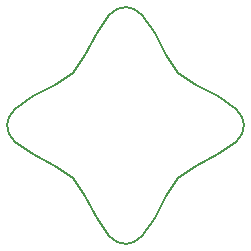
<source format=gm1>
G04 #@! TF.GenerationSoftware,KiCad,Pcbnew,5.1.2-1.fc30*
G04 #@! TF.CreationDate,2019-06-18T23:23:49+02:00*
G04 #@! TF.ProjectId,bricopixels,62726963-6f70-4697-9865-6c732e6b6963,1*
G04 #@! TF.SameCoordinates,Original*
G04 #@! TF.FileFunction,Profile,NP*
%FSLAX46Y46*%
G04 Gerber Fmt 4.6, Leading zero omitted, Abs format (unit mm)*
G04 Created by KiCad (PCBNEW 5.1.2-1.fc30) date 2019-06-18 23:23:49*
%MOMM*%
%LPD*%
G04 APERTURE LIST*
%ADD10C,0.200000*%
G04 APERTURE END LIST*
D10*
X62421945Y-31405924D02*
X63987504Y-30335860D01*
X63987506Y-35242464D02*
X62421946Y-34172402D01*
X65836796Y-29383322D02*
X67348028Y-28352661D01*
X67348028Y-28352661D02*
X68378686Y-26841428D01*
X61939877Y-32046169D02*
X62421945Y-31405924D01*
X61761916Y-32789163D02*
X61939877Y-32046169D01*
X62421946Y-34172402D02*
X61939878Y-33532158D01*
X71784523Y-22766543D02*
X72527518Y-22944504D01*
X73167775Y-42151740D02*
X72527531Y-42633808D01*
X72527518Y-22944504D02*
X73167763Y-23426572D01*
X67348034Y-37225658D02*
X65836800Y-36195000D01*
X70401284Y-23426574D02*
X71041528Y-22944505D01*
X69331222Y-24992134D02*
X70401284Y-23426574D01*
X71784536Y-42811770D02*
X71041541Y-42633809D01*
X73167763Y-23426572D02*
X74237827Y-24992131D01*
X63987504Y-30335860D02*
X65836796Y-29383322D01*
X72527531Y-42633808D02*
X71784536Y-42811770D01*
X71041541Y-42633809D02*
X70401296Y-42151741D01*
X76221031Y-37225653D02*
X75190373Y-38736886D01*
X71041528Y-22944505D02*
X71784523Y-22766543D01*
X75190365Y-26841423D02*
X76221025Y-28352655D01*
X79581553Y-30335849D02*
X81147113Y-31405911D01*
X77732263Y-36194992D02*
X76221031Y-37225653D01*
X81147114Y-34172390D02*
X79581556Y-35242454D01*
X74237837Y-40586180D02*
X73167775Y-42151740D01*
X76221025Y-28352655D02*
X77732259Y-29383314D01*
X68378694Y-38736890D02*
X67348034Y-37225658D01*
X69331232Y-40586183D02*
X68378694Y-38736890D01*
X70401296Y-42151741D02*
X69331232Y-40586183D01*
X77732259Y-29383314D02*
X79581553Y-30335849D01*
X68378686Y-26841428D02*
X69331222Y-24992134D01*
X79581556Y-35242454D02*
X77732263Y-36194992D01*
X81147113Y-31405911D02*
X81629181Y-32046155D01*
X81629182Y-33532145D02*
X81147114Y-34172390D01*
X81629181Y-32046155D02*
X81807143Y-32789150D01*
X61939878Y-33532158D02*
X61761916Y-32789163D01*
X81807143Y-32789150D02*
X81807143Y-32789150D01*
X81807143Y-32789150D02*
X81629182Y-33532145D01*
X74237827Y-24992131D02*
X75190365Y-26841423D01*
X75190373Y-38736886D02*
X74237837Y-40586180D01*
X65836800Y-36195000D02*
X63987506Y-35242464D01*
M02*

</source>
